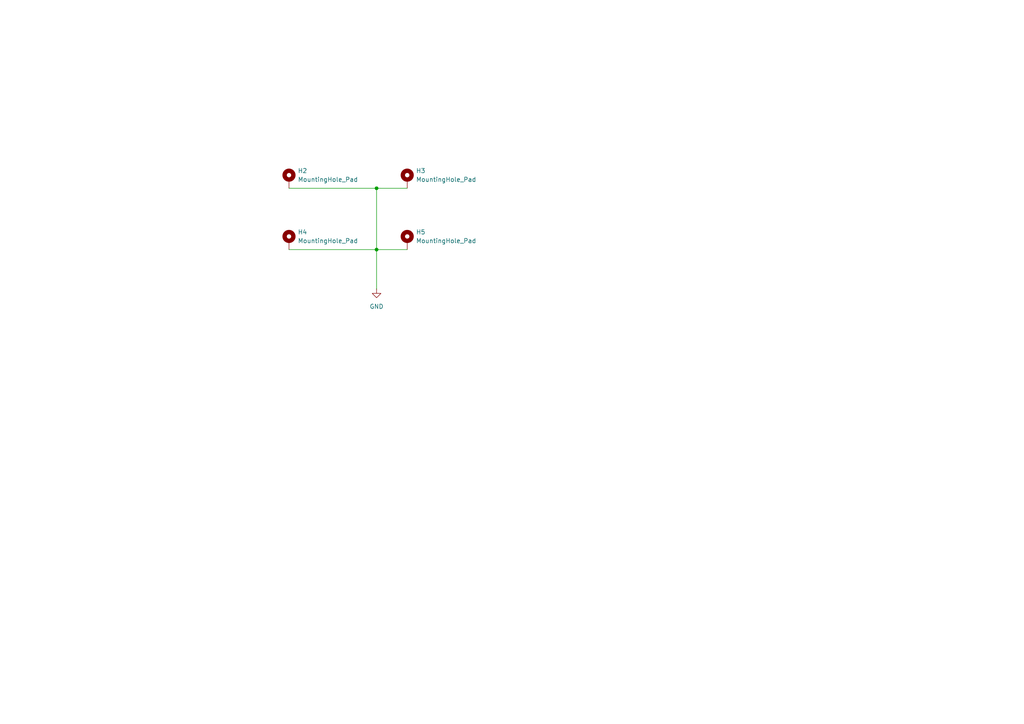
<source format=kicad_sch>
(kicad_sch (version 20231120) (generator "eeschema") (generator_version "8.0")
  (paper "A4")
  (lib_symbols
    (symbol "Mechanical:MountingHole_Pad" (pin_numbers hide) (pin_names (offset 1.016) hide) (exclude_from_sim yes) (in_bom no)
      (property "Reference" "H" (at 0 6.35 0))
      (property "Value" "MountingHole_Pad" (at 0 4.445 0))
      (symbol "MountingHole_Pad_0_1"
        (circle (center 0 1.27) (radius 1.27) (stroke (width 1.27)))
      )
      (symbol "MountingHole_Pad_1_1"
        (pin input line (at 0 -2.54 90) (length 2.54) (name "1") (number "1"))
      )
    )
    (symbol "power:GND" (power) (pin_numbers hide) (pin_names (offset 0) hide)
      (property "Value" "GND" (at 0 -3.81 0))
      (symbol "GND_0_1"
        (polyline (pts (xy 0 0) (xy 0 -1.27) (xy 1.27 -1.27) (xy 0 -2.54) (xy -1.27 -1.27) (xy 0 -1.27)))
      )
      (symbol "GND_1_1"
        (pin power_in line (at 0 0 270) (length 0) (name "~") (number "1"))
      )
    )
  )
  (junction (at 109.22 72.39))
  (junction (at 109.22 54.61))
  (wire (pts (xy 109.22 54.61) (xy 109.22 72.39)))
  (wire (pts (xy 109.22 72.39) (xy 118.11 72.39)))
  (wire (pts (xy 109.22 54.61) (xy 118.11 54.61)))
  (wire (pts (xy 83.82 72.39) (xy 109.22 72.39)))
  (wire (pts (xy 83.82 54.61) (xy 109.22 54.61)))
  (wire (pts (xy 109.22 72.39) (xy 109.22 83.82)))
  (symbol (lib_id "power:GND") (at 109.22 83.82 0) (unit 1)
    (property "Reference" "#PWR02" (effects (hide yes)))
    (property "Value" "GND" (at 109.22 88.9 0))
    (property "Description" "Power symbol creates a global label with name \"GND\" , ground" (effects (hide yes)))
  )
  (symbol (lib_id "Mechanical:MountingHole_Pad") (at 118.11 69.85 0) (unit 1) (exclude_from_sim yes) (in_bom no)
    (property "Reference" "H5" (at 120.65 67.3099 0) (effects (justify left)))
    (property "Value" "MountingHole_Pad" (at 120.65 69.8499 0) (effects (justify left)))
    (property "Footprint" "SynthStuff:MountingHole_3.2mm_M3_Pad4mm" (effects (hide yes)))
    (property "Description" "Mounting Hole with connection" (effects (hide yes)))
  )
  (symbol (lib_id "Mechanical:MountingHole_Pad") (at 118.11 52.07 0) (unit 1) (exclude_from_sim yes) (in_bom no)
    (property "Reference" "H3" (at 120.65 49.5299 0) (effects (justify left)))
    (property "Value" "MountingHole_Pad" (at 120.65 52.0699 0) (effects (justify left)))
    (property "Footprint" "SynthStuff:MountingHole_3.2mm_M3_Pad4mm" (effects (hide yes)))
    (property "Description" "Mounting Hole with connection" (effects (hide yes)))
  )
  (symbol (lib_id "Mechanical:MountingHole_Pad") (at 83.82 52.07 0) (unit 1) (exclude_from_sim yes) (in_bom no)
    (property "Reference" "H2" (at 86.36 49.5299 0) (effects (justify left)))
    (property "Value" "MountingHole_Pad" (at 86.36 52.0699 0) (effects (justify left)))
    (property "Footprint" "SynthStuff:MountingHole_3.2mm_M3_Pad4mm" (effects (hide yes)))
    (property "Description" "Mounting Hole with connection" (effects (hide yes)))
  )
  (symbol (lib_id "Mechanical:MountingHole_Pad") (at 83.82 69.85 0) (unit 1) (exclude_from_sim yes) (in_bom no)
    (property "Reference" "H4" (at 86.36 67.3099 0) (effects (justify left)))
    (property "Value" "MountingHole_Pad" (at 86.36 69.8499 0) (effects (justify left)))
    (property "Footprint" "SynthStuff:MountingHole_3.2mm_M3_Pad4mm" (effects (hide yes)))
    (property "Description" "Mounting Hole with connection" (effects (hide yes)))
  )
)
</source>
